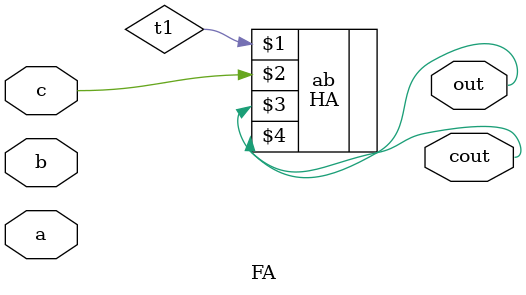
<source format=v>
`include "HA.v"
module FA
(
	input a, b, c,
	output out, cout
);
	wire ha_sum,ha_cout;
	HA aa(a, b, ha_sum, ha_cout);
	HA ab(t1, c, out, cout);
endmodule

</source>
